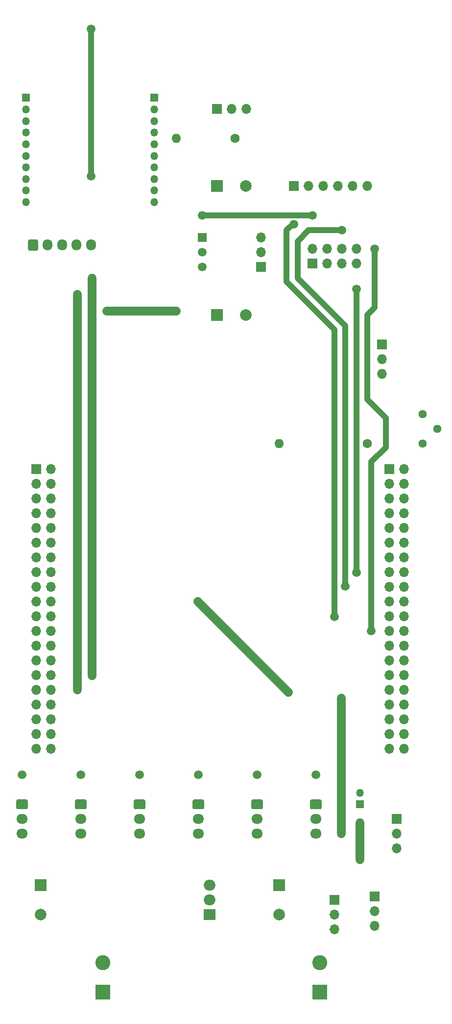
<source format=gbr>
%TF.GenerationSoftware,KiCad,Pcbnew,(5.1.6)-1*%
%TF.CreationDate,2023-02-11T22:10:46+01:00*%
%TF.ProjectId,CapteursVoiture,43617074-6575-4727-9356-6f6974757265,rev?*%
%TF.SameCoordinates,Original*%
%TF.FileFunction,Copper,L1,Top*%
%TF.FilePolarity,Positive*%
%FSLAX46Y46*%
G04 Gerber Fmt 4.6, Leading zero omitted, Abs format (unit mm)*
G04 Created by KiCad (PCBNEW (5.1.6)-1) date 2023-02-11 22:10:46*
%MOMM*%
%LPD*%
G01*
G04 APERTURE LIST*
%TA.AperFunction,ComponentPad*%
%ADD10O,1.700000X1.700000*%
%TD*%
%TA.AperFunction,ComponentPad*%
%ADD11R,1.700000X1.700000*%
%TD*%
%TA.AperFunction,ComponentPad*%
%ADD12R,2.000000X2.000000*%
%TD*%
%TA.AperFunction,ComponentPad*%
%ADD13C,2.000000*%
%TD*%
%TA.AperFunction,ComponentPad*%
%ADD14R,1.350000X1.350000*%
%TD*%
%TA.AperFunction,ComponentPad*%
%ADD15O,1.350000X1.350000*%
%TD*%
%TA.AperFunction,ComponentPad*%
%ADD16O,1.700000X1.950000*%
%TD*%
%TA.AperFunction,ComponentPad*%
%ADD17O,1.950000X1.700000*%
%TD*%
%TA.AperFunction,ComponentPad*%
%ADD18R,2.600000X2.600000*%
%TD*%
%TA.AperFunction,ComponentPad*%
%ADD19C,2.600000*%
%TD*%
%TA.AperFunction,ComponentPad*%
%ADD20R,2.000000X1.905000*%
%TD*%
%TA.AperFunction,ComponentPad*%
%ADD21O,2.000000X1.905000*%
%TD*%
%TA.AperFunction,ComponentPad*%
%ADD22C,1.500000*%
%TD*%
%TA.AperFunction,ComponentPad*%
%ADD23R,1.500000X1.500000*%
%TD*%
%TA.AperFunction,ComponentPad*%
%ADD24C,1.600000*%
%TD*%
%TA.AperFunction,ComponentPad*%
%ADD25O,1.600000X1.600000*%
%TD*%
%TA.AperFunction,ComponentPad*%
%ADD26C,1.440000*%
%TD*%
%TA.AperFunction,ViaPad*%
%ADD27C,1.500000*%
%TD*%
%TA.AperFunction,Conductor*%
%ADD28C,1.500000*%
%TD*%
%TA.AperFunction,Conductor*%
%ADD29C,1.000000*%
%TD*%
G04 APERTURE END LIST*
D10*
%TO.P,J15,3*%
%TO.N,GND*%
X104775000Y-186690000D03*
%TO.P,J15,2*%
%TO.N,5V*%
X104775000Y-184150000D03*
D11*
%TO.P,J15,1*%
%TO.N,NUC_DIR*%
X104775000Y-181610000D03*
%TD*%
D12*
%TO.P,C4,1*%
%TO.N,5V_REG*%
X88265000Y-179705000D03*
D13*
%TO.P,C4,2*%
%TO.N,GND*%
X88265000Y-184705000D03*
%TD*%
D14*
%TO.P,J19,1*%
%TO.N,5V_REG*%
X102235000Y-165735000D03*
D15*
%TO.P,J19,2*%
%TO.N,5V_REG_VIN*%
X102235000Y-163735000D03*
%TD*%
%TO.P,J17,1*%
%TO.N,5V*%
%TA.AperFunction,ComponentPad*%
G36*
G01*
X44870000Y-69940000D02*
X44870000Y-68490000D01*
G75*
G02*
X45120000Y-68240000I250000J0D01*
G01*
X46320000Y-68240000D01*
G75*
G02*
X46570000Y-68490000I0J-250000D01*
G01*
X46570000Y-69940000D01*
G75*
G02*
X46320000Y-70190000I-250000J0D01*
G01*
X45120000Y-70190000D01*
G75*
G02*
X44870000Y-69940000I0J250000D01*
G01*
G37*
%TD.AperFunction*%
D16*
%TO.P,J17,2*%
%TO.N,RX_4*%
X48220000Y-69215000D03*
%TO.P,J17,3*%
%TO.N,TX_4*%
X50720000Y-69215000D03*
%TO.P,J17,4*%
%TO.N,GND*%
X53220000Y-69215000D03*
%TO.P,J17,5*%
%TO.N,Lidar_MOT*%
X55720000Y-69215000D03*
%TD*%
D11*
%TO.P,J8,1*%
%TO.N,Net-(J8-Pad1)*%
X90805000Y-59055000D03*
D10*
%TO.P,J8,2*%
%TO.N,5V*%
X93345000Y-59055000D03*
%TO.P,J8,3*%
%TO.N,GND*%
X95885000Y-59055000D03*
%TO.P,J8,4*%
%TO.N,RX*%
X98425000Y-59055000D03*
%TO.P,J8,5*%
%TO.N,TX*%
X100965000Y-59055000D03*
%TO.P,J8,6*%
%TO.N,Net-(J8-Pad6)*%
X103505000Y-59055000D03*
%TD*%
D13*
%TO.P,C1,2*%
%TO.N,GND*%
X46990000Y-184705000D03*
D12*
%TO.P,C1,1*%
%TO.N,VIN*%
X46990000Y-179705000D03*
%TD*%
D13*
%TO.P,C2,2*%
%TO.N,GND*%
X82470000Y-81280000D03*
D12*
%TO.P,C2,1*%
%TO.N,5V*%
X77470000Y-81280000D03*
%TD*%
%TO.P,C3,1*%
%TO.N,3.3V*%
X77470000Y-59055000D03*
D13*
%TO.P,C3,2*%
%TO.N,GND*%
X82470000Y-59055000D03*
%TD*%
D17*
%TO.P,J1,3*%
%TO.N,5V*%
X43815000Y-170735000D03*
%TO.P,J1,2*%
%TO.N,GND*%
X43815000Y-168235000D03*
%TO.P,J1,1*%
%TO.N,VCapt1*%
%TA.AperFunction,ComponentPad*%
G36*
G01*
X43090000Y-164885000D02*
X44540000Y-164885000D01*
G75*
G02*
X44790000Y-165135000I0J-250000D01*
G01*
X44790000Y-166335000D01*
G75*
G02*
X44540000Y-166585000I-250000J0D01*
G01*
X43090000Y-166585000D01*
G75*
G02*
X42840000Y-166335000I0J250000D01*
G01*
X42840000Y-165135000D01*
G75*
G02*
X43090000Y-164885000I250000J0D01*
G01*
G37*
%TD.AperFunction*%
%TD*%
%TO.P,J2,1*%
%TO.N,VCapt2*%
%TA.AperFunction,ComponentPad*%
G36*
G01*
X53250000Y-164885000D02*
X54700000Y-164885000D01*
G75*
G02*
X54950000Y-165135000I0J-250000D01*
G01*
X54950000Y-166335000D01*
G75*
G02*
X54700000Y-166585000I-250000J0D01*
G01*
X53250000Y-166585000D01*
G75*
G02*
X53000000Y-166335000I0J250000D01*
G01*
X53000000Y-165135000D01*
G75*
G02*
X53250000Y-164885000I250000J0D01*
G01*
G37*
%TD.AperFunction*%
%TO.P,J2,2*%
%TO.N,GND*%
X53975000Y-168235000D03*
%TO.P,J2,3*%
%TO.N,5V*%
X53975000Y-170735000D03*
%TD*%
%TO.P,J3,1*%
%TO.N,VCapt3*%
%TA.AperFunction,ComponentPad*%
G36*
G01*
X93890000Y-164885000D02*
X95340000Y-164885000D01*
G75*
G02*
X95590000Y-165135000I0J-250000D01*
G01*
X95590000Y-166335000D01*
G75*
G02*
X95340000Y-166585000I-250000J0D01*
G01*
X93890000Y-166585000D01*
G75*
G02*
X93640000Y-166335000I0J250000D01*
G01*
X93640000Y-165135000D01*
G75*
G02*
X93890000Y-164885000I250000J0D01*
G01*
G37*
%TD.AperFunction*%
%TO.P,J3,2*%
%TO.N,GND*%
X94615000Y-168235000D03*
%TO.P,J3,3*%
%TO.N,5V*%
X94615000Y-170735000D03*
%TD*%
%TO.P,J4,3*%
%TO.N,5V*%
X84455000Y-170735000D03*
%TO.P,J4,2*%
%TO.N,GND*%
X84455000Y-168235000D03*
%TO.P,J4,1*%
%TO.N,VCapt4*%
%TA.AperFunction,ComponentPad*%
G36*
G01*
X83730000Y-164885000D02*
X85180000Y-164885000D01*
G75*
G02*
X85430000Y-165135000I0J-250000D01*
G01*
X85430000Y-166335000D01*
G75*
G02*
X85180000Y-166585000I-250000J0D01*
G01*
X83730000Y-166585000D01*
G75*
G02*
X83480000Y-166335000I0J250000D01*
G01*
X83480000Y-165135000D01*
G75*
G02*
X83730000Y-164885000I250000J0D01*
G01*
G37*
%TD.AperFunction*%
%TD*%
%TO.P,J5,1*%
%TO.N,VCapt5*%
%TA.AperFunction,ComponentPad*%
G36*
G01*
X73570000Y-164885000D02*
X75020000Y-164885000D01*
G75*
G02*
X75270000Y-165135000I0J-250000D01*
G01*
X75270000Y-166335000D01*
G75*
G02*
X75020000Y-166585000I-250000J0D01*
G01*
X73570000Y-166585000D01*
G75*
G02*
X73320000Y-166335000I0J250000D01*
G01*
X73320000Y-165135000D01*
G75*
G02*
X73570000Y-164885000I250000J0D01*
G01*
G37*
%TD.AperFunction*%
%TO.P,J5,2*%
%TO.N,GND*%
X74295000Y-168235000D03*
%TO.P,J5,3*%
%TO.N,5V*%
X74295000Y-170735000D03*
%TD*%
%TO.P,J6,3*%
%TO.N,5V*%
X64135000Y-170735000D03*
%TO.P,J6,2*%
%TO.N,GND*%
X64135000Y-168235000D03*
%TO.P,J6,1*%
%TO.N,VCaptLD*%
%TA.AperFunction,ComponentPad*%
G36*
G01*
X63410000Y-164885000D02*
X64860000Y-164885000D01*
G75*
G02*
X65110000Y-165135000I0J-250000D01*
G01*
X65110000Y-166335000D01*
G75*
G02*
X64860000Y-166585000I-250000J0D01*
G01*
X63410000Y-166585000D01*
G75*
G02*
X63160000Y-166335000I0J250000D01*
G01*
X63160000Y-165135000D01*
G75*
G02*
X63410000Y-164885000I250000J0D01*
G01*
G37*
%TD.AperFunction*%
%TD*%
D11*
%TO.P,J7,1*%
%TO.N,5V_NUC*%
X108585000Y-168275000D03*
D10*
%TO.P,J7,2*%
%TO.N,5V*%
X108585000Y-170815000D03*
%TO.P,J7,3*%
%TO.N,5V_REG*%
X108585000Y-173355000D03*
%TD*%
D18*
%TO.P,J12,1*%
%TO.N,GND*%
X95250000Y-198120000D03*
D19*
%TO.P,J12,2*%
%TO.N,VIN*%
X95250000Y-193040000D03*
%TD*%
D18*
%TO.P,J13,1*%
%TO.N,GND*%
X57785000Y-198120000D03*
D19*
%TO.P,J13,2*%
%TO.N,VIN*%
X57785000Y-193040000D03*
%TD*%
D20*
%TO.P,U1,1*%
%TO.N,VIN*%
X76200000Y-184785000D03*
D21*
%TO.P,U1,2*%
%TO.N,GND*%
X76200000Y-182245000D03*
%TO.P,U1,3*%
%TO.N,5V_REG*%
X76200000Y-179705000D03*
%TD*%
D10*
%TO.P,J10,40*%
%TO.N,VCaptLD*%
X48815001Y-156130001D03*
%TO.P,J10,39*%
%TO.N,VCapt2*%
X46275001Y-156130001D03*
%TO.P,J10,38*%
%TO.N,VCapt5*%
X48815001Y-153590001D03*
%TO.P,J10,37*%
%TO.N,VCapt1*%
X46275001Y-153590001D03*
%TO.P,J10,36*%
%TO.N,VCapt4*%
X48815001Y-151050001D03*
%TO.P,J10,35*%
%TO.N,Net-(J10-Pad35)*%
X46275001Y-151050001D03*
%TO.P,J10,34*%
%TO.N,VCapt3*%
X48815001Y-148510001D03*
%TO.P,J10,33*%
%TO.N,Net-(J10-Pad33)*%
X46275001Y-148510001D03*
%TO.P,J10,32*%
%TO.N,RX_4*%
X48815001Y-145970001D03*
%TO.P,J10,31*%
%TO.N,Net-(J10-Pad31)*%
X46275001Y-145970001D03*
%TO.P,J10,30*%
%TO.N,TX_4*%
X48815001Y-143430001D03*
%TO.P,J10,29*%
%TO.N,Net-(J10-Pad29)*%
X46275001Y-143430001D03*
%TO.P,J10,28*%
%TO.N,Net-(J10-Pad28)*%
X48815001Y-140890001D03*
%TO.P,J10,27*%
%TO.N,RESET_N*%
X46275001Y-140890001D03*
%TO.P,J10,26*%
%TO.N,5V_REG_VIN*%
X48815001Y-138350001D03*
%TO.P,J10,25*%
%TO.N,Net-(J10-Pad25)*%
X46275001Y-138350001D03*
%TO.P,J10,24*%
%TO.N,GND*%
X48815001Y-135810001D03*
%TO.P,J10,23*%
%TO.N,Net-(J10-Pad23)*%
X46275001Y-135810001D03*
%TO.P,J10,22*%
%TO.N,GND*%
X48815001Y-133270001D03*
%TO.P,J10,21*%
X46275001Y-133270001D03*
%TO.P,J10,20*%
%TO.N,5V_NUC*%
X48815001Y-130730001D03*
%TO.P,J10,19*%
%TO.N,Net-(J10-Pad19)*%
X46275001Y-130730001D03*
%TO.P,J10,18*%
%TO.N,3.3V_NUC*%
X48815001Y-128190001D03*
%TO.P,J10,17*%
%TO.N,Net-(J10-Pad17)*%
X46275001Y-128190001D03*
%TO.P,J10,16*%
%TO.N,Net-(J10-Pad16)*%
X48815001Y-125650001D03*
%TO.P,J10,15*%
%TO.N,Net-(J10-Pad15)*%
X46275001Y-125650001D03*
%TO.P,J10,14*%
%TO.N,Net-(J10-Pad14)*%
X48815001Y-123110001D03*
%TO.P,J10,13*%
%TO.N,Net-(J10-Pad13)*%
X46275001Y-123110001D03*
%TO.P,J10,12*%
%TO.N,Net-(J10-Pad12)*%
X48815001Y-120570001D03*
%TO.P,J10,11*%
%TO.N,Net-(J10-Pad11)*%
X46275001Y-120570001D03*
%TO.P,J10,10*%
%TO.N,Net-(J10-Pad10)*%
X48815001Y-118030001D03*
%TO.P,J10,9*%
%TO.N,Net-(J10-Pad9)*%
X46275001Y-118030001D03*
%TO.P,J10,8*%
%TO.N,Net-(J10-Pad8)*%
X48815001Y-115490001D03*
%TO.P,J10,7*%
%TO.N,Net-(J10-Pad7)*%
X46275001Y-115490001D03*
%TO.P,J10,6*%
%TO.N,GPIO2_STATUS*%
X48815001Y-112950001D03*
%TO.P,J10,5*%
%TO.N,Net-(J10-Pad5)*%
X46275001Y-112950001D03*
%TO.P,J10,4*%
%TO.N,RX*%
X48815001Y-110410001D03*
%TO.P,J10,3*%
%TO.N,TX*%
X46275001Y-110410001D03*
%TO.P,J10,2*%
%TO.N,Net-(J10-Pad2)*%
X48815001Y-107870001D03*
D11*
%TO.P,J10,1*%
%TO.N,Net-(J10-Pad1)*%
X46275001Y-107870001D03*
%TD*%
%TO.P,J14,1*%
%TO.N,Net-(J14-Pad1)*%
X107315000Y-107870001D03*
D10*
%TO.P,J14,2*%
%TO.N,Net-(J14-Pad2)*%
X109855000Y-107870001D03*
%TO.P,J14,3*%
%TO.N,NUC_MOT*%
X107315000Y-110410001D03*
%TO.P,J14,4*%
%TO.N,Net-(J14-Pad4)*%
X109855000Y-110410001D03*
%TO.P,J14,5*%
%TO.N,Net-(J14-Pad5)*%
X107315000Y-112950001D03*
%TO.P,J14,6*%
%TO.N,Net-(J14-Pad6)*%
X109855000Y-112950001D03*
%TO.P,J14,7*%
%TO.N,Lidar_MOT*%
X107315000Y-115490001D03*
%TO.P,J14,8*%
%TO.N,VPOT*%
X109855000Y-115490001D03*
%TO.P,J14,9*%
%TO.N,Net-(J14-Pad9)*%
X107315000Y-118030001D03*
%TO.P,J14,10*%
%TO.N,Net-(J14-Pad10)*%
X109855000Y-118030001D03*
%TO.P,J14,11*%
%TO.N,Net-(J14-Pad11)*%
X107315000Y-120570001D03*
%TO.P,J14,12*%
%TO.N,Net-(J14-Pad12)*%
X109855000Y-120570001D03*
%TO.P,J14,13*%
%TO.N,SCK*%
X107315000Y-123110001D03*
%TO.P,J14,14*%
%TO.N,Net-(J14-Pad14)*%
X109855000Y-123110001D03*
%TO.P,J14,15*%
%TO.N,MISO*%
X107315000Y-125650001D03*
%TO.P,J14,16*%
%TO.N,Net-(J14-Pad16)*%
X109855000Y-125650001D03*
%TO.P,J14,17*%
%TO.N,MOSI*%
X107315000Y-128190001D03*
%TO.P,J14,18*%
%TO.N,Net-(J14-Pad18)*%
X109855000Y-128190001D03*
%TO.P,J14,19*%
%TO.N,Net-(J14-Pad19)*%
X107315000Y-130730001D03*
%TO.P,J14,20*%
%TO.N,Net-(J14-Pad20)*%
X109855000Y-130730001D03*
%TO.P,J14,21*%
%TO.N,CSN_nRF*%
X107315000Y-133270001D03*
%TO.P,J14,22*%
%TO.N,GND*%
X109855000Y-133270001D03*
%TO.P,J14,23*%
%TO.N,IRQ_nRF*%
X107315000Y-135810001D03*
%TO.P,J14,24*%
%TO.N,Net-(J14-Pad24)*%
X109855000Y-135810001D03*
%TO.P,J14,25*%
%TO.N,CE_nRF*%
X107315000Y-138350001D03*
%TO.P,J14,26*%
%TO.N,Net-(J14-Pad26)*%
X109855000Y-138350001D03*
%TO.P,J14,27*%
%TO.N,Net-(J14-Pad27)*%
X107315000Y-140890001D03*
%TO.P,J14,28*%
%TO.N,Net-(J14-Pad28)*%
X109855000Y-140890001D03*
%TO.P,J14,29*%
%TO.N,Net-(J14-Pad29)*%
X107315000Y-143430001D03*
%TO.P,J14,30*%
%TO.N,Net-(J14-Pad30)*%
X109855000Y-143430001D03*
%TO.P,J14,31*%
%TO.N,Net-(J14-Pad31)*%
X107315000Y-145970001D03*
%TO.P,J14,32*%
%TO.N,NUC_DIR*%
X109855000Y-145970001D03*
%TO.P,J14,33*%
%TO.N,Net-(J14-Pad33)*%
X107315000Y-148510001D03*
%TO.P,J14,34*%
%TO.N,Net-(J14-Pad34)*%
X109855000Y-148510001D03*
%TO.P,J14,35*%
%TO.N,Net-(J14-Pad35)*%
X107315000Y-151050001D03*
%TO.P,J14,36*%
%TO.N,Net-(J14-Pad36)*%
X109855000Y-151050001D03*
%TO.P,J14,37*%
%TO.N,Net-(J14-Pad37)*%
X107315000Y-153590001D03*
%TO.P,J14,38*%
%TO.N,Net-(J14-Pad38)*%
X109855000Y-153590001D03*
%TO.P,J14,39*%
%TO.N,Net-(J14-Pad39)*%
X107315000Y-156130001D03*
%TO.P,J14,40*%
%TO.N,Net-(J14-Pad40)*%
X109855000Y-156130001D03*
%TD*%
D22*
%TO.P,U2,2*%
%TO.N,GND*%
X74930000Y-70485000D03*
%TO.P,U2,3*%
%TO.N,5V*%
X74930000Y-73025000D03*
D23*
%TO.P,U2,1*%
%TO.N,3.3V*%
X74930000Y-67945000D03*
%TD*%
D11*
%TO.P,J16,1*%
%TO.N,NUC_MOT*%
X106045000Y-86360000D03*
D10*
%TO.P,J16,2*%
%TO.N,Net-(J16-Pad2)*%
X106045000Y-88900000D03*
%TO.P,J16,3*%
%TO.N,GND*%
X106045000Y-91440000D03*
%TD*%
D14*
%TO.P,J9,1*%
%TO.N,3.3V*%
X44450000Y-43815000D03*
D15*
%TO.P,J9,2*%
%TO.N,RX*%
X44450000Y-45815000D03*
%TO.P,J9,3*%
%TO.N,TX*%
X44450000Y-47815000D03*
%TO.P,J9,4*%
%TO.N,Net-(J9-Pad4)*%
X44450000Y-49815000D03*
%TO.P,J9,5*%
%TO.N,RESET_N*%
X44450000Y-51815000D03*
%TO.P,J9,6*%
%TO.N,Net-(J9-Pad6)*%
X44450000Y-53815000D03*
%TO.P,J9,7*%
%TO.N,Net-(J9-Pad7)*%
X44450000Y-55815000D03*
%TO.P,J9,8*%
%TO.N,Net-(J9-Pad8)*%
X44450000Y-57815000D03*
%TO.P,J9,9*%
%TO.N,Net-(J9-Pad9)*%
X44450000Y-59815000D03*
%TO.P,J9,10*%
%TO.N,GND*%
X44450000Y-61815000D03*
%TD*%
%TO.P,J11,10*%
%TO.N,Net-(J11-Pad10)*%
X66675000Y-61815000D03*
%TO.P,J11,9*%
%TO.N,Net-(J11-Pad9)*%
X66675000Y-59815000D03*
%TO.P,J11,8*%
%TO.N,GPIO2_STATUS*%
X66675000Y-57815000D03*
%TO.P,J11,7*%
%TO.N,Net-(J11-Pad7)*%
X66675000Y-55815000D03*
%TO.P,J11,6*%
%TO.N,Net-(J11-Pad6)*%
X66675000Y-53815000D03*
%TO.P,J11,5*%
%TO.N,Net-(J11-Pad5)*%
X66675000Y-51815000D03*
%TO.P,J11,4*%
%TO.N,Net-(J11-Pad4)*%
X66675000Y-49815000D03*
%TO.P,J11,3*%
%TO.N,Net-(J11-Pad3)*%
X66675000Y-47815000D03*
%TO.P,J11,2*%
%TO.N,Net-(J11-Pad2)*%
X66675000Y-45815000D03*
D14*
%TO.P,J11,1*%
%TO.N,Net-(J11-Pad1)*%
X66675000Y-43815000D03*
%TD*%
D11*
%TO.P,J18,1*%
%TO.N,GND*%
X85090000Y-73025000D03*
D10*
%TO.P,J18,2*%
X85090000Y-70485000D03*
%TO.P,J18,3*%
X85090000Y-67945000D03*
%TD*%
D11*
%TO.P,J20,1*%
%TO.N,5V_REG*%
X97790000Y-182245000D03*
D10*
%TO.P,J20,2*%
X97790000Y-184785000D03*
%TO.P,J20,3*%
X97790000Y-187325000D03*
%TD*%
%TO.P,J21,3*%
%TO.N,3.3V*%
X82550000Y-45720000D03*
%TO.P,J21,2*%
X80010000Y-45720000D03*
D11*
%TO.P,J21,1*%
X77470000Y-45720000D03*
%TD*%
D24*
%TO.P,R1,1*%
%TO.N,GND*%
X80645000Y-50800000D03*
D25*
%TO.P,R1,2*%
%TO.N,Net-(J11-Pad5)*%
X70485000Y-50800000D03*
%TD*%
D26*
%TO.P,RV1,3*%
%TO.N,GND*%
X113030000Y-98425000D03*
%TO.P,RV1,2*%
%TO.N,VPOT*%
X115570000Y-100965000D03*
%TO.P,RV1,1*%
%TO.N,Net-(R2-Pad1)*%
X113030000Y-103505000D03*
%TD*%
D11*
%TO.P,J22,1*%
%TO.N,GND*%
X93980000Y-72390000D03*
D10*
%TO.P,J22,2*%
%TO.N,3.3V*%
X93980000Y-69850000D03*
%TO.P,J22,3*%
%TO.N,CE_nRF*%
X96520000Y-72390000D03*
%TO.P,J22,4*%
%TO.N,CSN_nRF*%
X96520000Y-69850000D03*
%TO.P,J22,5*%
%TO.N,SCK*%
X99060000Y-72390000D03*
%TO.P,J22,6*%
%TO.N,MOSI*%
X99060000Y-69850000D03*
%TO.P,J22,7*%
%TO.N,MISO*%
X101600000Y-72390000D03*
%TO.P,J22,8*%
%TO.N,IRQ_nRF*%
X101600000Y-69850000D03*
%TD*%
D24*
%TO.P,R2,1*%
%TO.N,Net-(R2-Pad1)*%
X103505000Y-103505000D03*
D25*
%TO.P,R2,2*%
%TO.N,5V*%
X88265000Y-103505000D03*
%TD*%
D27*
%TO.N,5V*%
X70485000Y-80645000D03*
X58420000Y-80645000D03*
X98980000Y-170735000D03*
X98980000Y-147399996D03*
%TO.N,VCapt1*%
X43815000Y-160655000D03*
%TO.N,VCapt2*%
X53975000Y-160655000D03*
%TO.N,VCapt3*%
X94615000Y-160655000D03*
%TO.N,VCapt4*%
X84455000Y-160655000D03*
%TO.N,VCapt5*%
X74295000Y-160655000D03*
%TO.N,VCaptLD*%
X64135000Y-160655000D03*
%TO.N,3.3V*%
X93980000Y-64135000D03*
X74930000Y-64135000D03*
%TO.N,5V_REG*%
X102235000Y-175260000D03*
X102235000Y-168910000D03*
%TO.N,5V_NUC*%
X74215001Y-130730001D03*
X89852500Y-146367500D03*
%TO.N,RX_4*%
X53340006Y-145970001D03*
X53340004Y-77705606D03*
%TO.N,TX_4*%
X55880000Y-143509994D03*
X55880000Y-74930002D03*
%TO.N,Lidar_MOT*%
X55720000Y-57310000D03*
X55719996Y-31910004D03*
%TO.N,MISO*%
X101600000Y-125730000D03*
X101600000Y-76835000D03*
%TO.N,MOSI*%
X99695000Y-128124997D03*
X99695000Y-128124997D03*
X99060000Y-66675000D03*
%TO.N,CSN_nRF*%
X90805000Y-65585000D03*
X97790000Y-133350000D03*
%TO.N,IRQ_nRF*%
X104219999Y-135810001D03*
X104775000Y-69850000D03*
%TD*%
D28*
%TO.N,5V*%
X70485000Y-80645000D02*
X58420000Y-80645000D01*
X98980000Y-170735000D02*
X98980000Y-147399996D01*
D29*
%TO.N,3.3V*%
X93980000Y-64135000D02*
X74930000Y-64135000D01*
D28*
%TO.N,5V_REG*%
X102235000Y-175260000D02*
X102235000Y-168910000D01*
%TO.N,5V_NUC*%
X74215001Y-130730001D02*
X89852500Y-146367500D01*
%TO.N,RX_4*%
X53340006Y-145970001D02*
X53340004Y-145969999D01*
X53340006Y-77705608D02*
X53340004Y-77705606D01*
X53340006Y-145970001D02*
X53340006Y-77705608D01*
%TO.N,TX_4*%
X55880000Y-143509994D02*
X55880000Y-74930002D01*
D29*
%TO.N,Lidar_MOT*%
X55720000Y-31910008D02*
X55719996Y-31910004D01*
X55720000Y-57310000D02*
X55720000Y-31910008D01*
%TO.N,MISO*%
X101600000Y-125730000D02*
X101600000Y-76835000D01*
%TO.N,MOSI*%
X93345000Y-66675000D02*
X99060000Y-66675000D01*
X91440000Y-74930000D02*
X91440000Y-68580000D01*
X91440000Y-68580000D02*
X93345000Y-66675000D01*
X99695000Y-128124997D02*
X99695000Y-83185000D01*
X99695000Y-83185000D02*
X91440000Y-74930000D01*
%TO.N,CSN_nRF*%
X89535000Y-75565000D02*
X97790000Y-83820000D01*
X89535000Y-66675000D02*
X89535000Y-75565000D01*
X90805000Y-65585000D02*
X90625000Y-65585000D01*
X97790000Y-83820000D02*
X97790000Y-133350000D01*
X90625000Y-65585000D02*
X89535000Y-66675000D01*
%TO.N,IRQ_nRF*%
X104219999Y-130611001D02*
X104219999Y-135810001D01*
X104219999Y-106600001D02*
X104219999Y-130611001D01*
X106680000Y-104140000D02*
X104219999Y-106600001D01*
X106680000Y-99060000D02*
X106680000Y-104140000D01*
X104775000Y-69850000D02*
X104775000Y-80010000D01*
X103505000Y-81280000D02*
X103505000Y-95885000D01*
X104775000Y-80010000D02*
X103505000Y-81280000D01*
X103505000Y-95885000D02*
X106680000Y-99060000D01*
%TD*%
M02*

</source>
